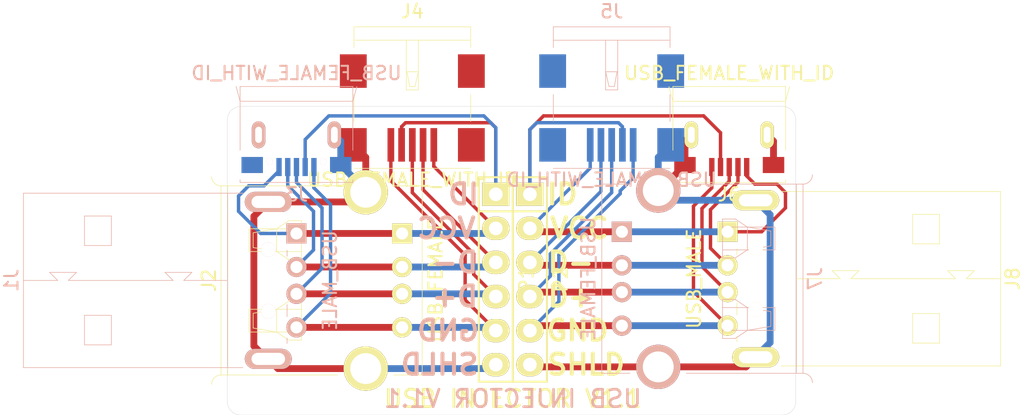
<source format=kicad_pcb>
(kicad_pcb (version 4) (host pcbnew "(2015-01-08 BZR 5360)-product")

  (general
    (links 60)
    (no_connects 9)
    (area 59.987299 59.987299 102.377701 83.012701)
    (thickness 1.6)
    (drawings 22)
    (tracks 149)
    (zones 0)
    (modules 10)
    (nets 13)
  )

  (page A4)
  (layers
    (0 F.Cu signal)
    (31 B.Cu signal)
    (32 B.Adhes user)
    (33 F.Adhes user)
    (34 B.Paste user)
    (35 F.Paste user)
    (36 B.SilkS user)
    (37 F.SilkS user)
    (38 B.Mask user)
    (39 F.Mask user)
    (40 Dwgs.User user)
    (41 Cmts.User user)
    (42 Eco1.User user)
    (43 Eco2.User user)
    (44 Edge.Cuts user)
    (45 Margin user)
    (46 B.CrtYd user)
    (47 F.CrtYd user)
    (48 B.Fab user)
    (49 F.Fab user)
  )

  (setup
    (last_trace_width 0.508)
    (user_trace_width 0.508)
    (trace_clearance 0.254)
    (zone_clearance 0.508)
    (zone_45_only no)
    (trace_min 0.254)
    (segment_width 0.001)
    (edge_width 0.0254)
    (via_size 0.889)
    (via_drill 0.635)
    (via_min_size 0.889)
    (via_min_drill 0.508)
    (uvia_size 0.508)
    (uvia_drill 0.127)
    (uvias_allowed no)
    (uvia_min_size 0.508)
    (uvia_min_drill 0.127)
    (pcb_text_width 0.3)
    (pcb_text_size 1.5 1.5)
    (mod_edge_width 0.05)
    (mod_text_size 1 1)
    (mod_text_width 0.15)
    (pad_size 0.5 2.5)
    (pad_drill 0)
    (pad_to_mask_clearance 0)
    (aux_axis_origin 0 0)
    (grid_origin 90.043 72.263)
    (visible_elements FFFCFF7F)
    (pcbplotparams
      (layerselection 0x00030_80000001)
      (usegerberextensions false)
      (excludeedgelayer true)
      (linewidth 0.100000)
      (plotframeref false)
      (viasonmask false)
      (mode 1)
      (useauxorigin false)
      (hpglpennumber 1)
      (hpglpenspeed 20)
      (hpglpendiameter 15)
      (hpglpenoverlay 2)
      (psnegative false)
      (psa4output false)
      (plotreference true)
      (plotvalue true)
      (plotinvisibletext false)
      (padsonsilk false)
      (subtractmaskfromsilk false)
      (outputformat 1)
      (mirror false)
      (drillshape 1)
      (scaleselection 1)
      (outputdirectory ""))
  )

  (net 0 "")
  (net 1 "Net-(J1-Pad1)")
  (net 2 "Net-(J1-Pad2)")
  (net 3 "Net-(J1-Pad3)")
  (net 4 "Net-(J1-Pad4)")
  (net 5 "Net-(J1-Pad5)")
  (net 6 "Net-(J3-Pad4)")
  (net 7 "Net-(J5-Pad1)")
  (net 8 "Net-(J5-Pad2)")
  (net 9 "Net-(J5-Pad3)")
  (net 10 "Net-(J5-Pad4)")
  (net 11 "Net-(J5-Pad5)")
  (net 12 "Net-(J5-Pad6)")

  (net_class Default "This is the default net class."
    (clearance 0.254)
    (trace_width 0.254)
    (via_dia 0.889)
    (via_drill 0.635)
    (uvia_dia 0.508)
    (uvia_drill 0.127)
    (add_net "Net-(J1-Pad1)")
    (add_net "Net-(J1-Pad2)")
    (add_net "Net-(J1-Pad3)")
    (add_net "Net-(J1-Pad4)")
    (add_net "Net-(J1-Pad5)")
    (add_net "Net-(J3-Pad4)")
    (add_net "Net-(J5-Pad1)")
    (add_net "Net-(J5-Pad2)")
    (add_net "Net-(J5-Pad3)")
    (add_net "Net-(J5-Pad4)")
    (add_net "Net-(J5-Pad5)")
    (add_net "Net-(J5-Pad6)")
  )

  (module Pin_Headers:Pin_Header_Straight_1x06 (layer F.Cu) (tedit 54AF403B) (tstamp 54B089F5)
    (at 80.01 72.898 270)
    (descr "Through hole pin header")
    (tags "pin header")
    (path /54AF3805)
    (fp_text reference P1 (at 0 -2.286 270) (layer F.SilkS)
      (effects (font (size 1 1) (thickness 0.15)))
    )
    (fp_text value CONN_6 (at 0 0 270) (layer F.SilkS) hide
      (effects (font (size 1 1) (thickness 0.15)))
    )
    (fp_line (start -5.08 -1.27) (end 7.62 -1.27) (layer F.SilkS) (width 0.15))
    (fp_line (start 7.62 -1.27) (end 7.62 1.27) (layer F.SilkS) (width 0.15))
    (fp_line (start 7.62 1.27) (end -5.08 1.27) (layer F.SilkS) (width 0.15))
    (fp_line (start -7.62 -1.27) (end -5.08 -1.27) (layer F.SilkS) (width 0.15))
    (fp_line (start -5.08 -1.27) (end -5.08 1.27) (layer F.SilkS) (width 0.15))
    (fp_line (start -7.62 -1.27) (end -7.62 1.27) (layer F.SilkS) (width 0.15))
    (fp_line (start -7.62 1.27) (end -5.08 1.27) (layer F.SilkS) (width 0.15))
    (pad 1 thru_hole rect (at -6.35 0 270) (size 1.7272 2.032) (drill 1.016) (layers *.Cu *.Mask F.SilkS)
      (net 6 "Net-(J3-Pad4)"))
    (pad 2 thru_hole oval (at -3.81 0 270) (size 1.7272 2.032) (drill 1.016) (layers *.Cu *.Mask F.SilkS)
      (net 1 "Net-(J1-Pad1)"))
    (pad 3 thru_hole oval (at -1.27 0 270) (size 1.7272 2.032) (drill 1.016) (layers *.Cu *.Mask F.SilkS)
      (net 2 "Net-(J1-Pad2)"))
    (pad 4 thru_hole oval (at 1.27 0 270) (size 1.7272 2.032) (drill 1.016) (layers *.Cu *.Mask F.SilkS)
      (net 3 "Net-(J1-Pad3)"))
    (pad 5 thru_hole oval (at 3.81 0 270) (size 1.7272 2.032) (drill 1.016) (layers *.Cu *.Mask F.SilkS)
      (net 4 "Net-(J1-Pad4)"))
    (pad 6 thru_hole oval (at 6.35 0 270) (size 1.7272 2.032) (drill 1.016) (layers *.Cu *.Mask F.SilkS)
      (net 5 "Net-(J1-Pad5)"))
    (model Pin_Headers/Pin_Header_Straight_1x06.wrl
      (at (xyz 0 0 0))
      (scale (xyz 1 1 1))
      (rotate (xyz 0 0 0))
    )
  )

  (module Pin_Headers:Pin_Header_Straight_1x06 (layer F.Cu) (tedit 54AF403B) (tstamp 54B084B9)
    (at 82.55 72.898 270)
    (descr "Through hole pin header")
    (tags "pin header")
    (path /54D6C084)
    (fp_text reference P2 (at 0 -2.286 270) (layer F.SilkS)
      (effects (font (size 1 1) (thickness 0.15)))
    )
    (fp_text value CONN_6 (at 0 0 270) (layer F.SilkS) hide
      (effects (font (size 1 1) (thickness 0.15)))
    )
    (fp_line (start -5.08 -1.27) (end 7.62 -1.27) (layer F.SilkS) (width 0.15))
    (fp_line (start 7.62 -1.27) (end 7.62 1.27) (layer F.SilkS) (width 0.15))
    (fp_line (start 7.62 1.27) (end -5.08 1.27) (layer F.SilkS) (width 0.15))
    (fp_line (start -7.62 -1.27) (end -5.08 -1.27) (layer F.SilkS) (width 0.15))
    (fp_line (start -5.08 -1.27) (end -5.08 1.27) (layer F.SilkS) (width 0.15))
    (fp_line (start -7.62 -1.27) (end -7.62 1.27) (layer F.SilkS) (width 0.15))
    (fp_line (start -7.62 1.27) (end -5.08 1.27) (layer F.SilkS) (width 0.15))
    (pad 1 thru_hole rect (at -6.35 0 270) (size 1.7272 2.032) (drill 1.016) (layers *.Cu *.Mask F.SilkS)
      (net 10 "Net-(J5-Pad4)"))
    (pad 2 thru_hole oval (at -3.81 0 270) (size 1.7272 2.032) (drill 1.016) (layers *.Cu *.Mask F.SilkS)
      (net 7 "Net-(J5-Pad1)"))
    (pad 3 thru_hole oval (at -1.27 0 270) (size 1.7272 2.032) (drill 1.016) (layers *.Cu *.Mask F.SilkS)
      (net 8 "Net-(J5-Pad2)"))
    (pad 4 thru_hole oval (at 1.27 0 270) (size 1.7272 2.032) (drill 1.016) (layers *.Cu *.Mask F.SilkS)
      (net 9 "Net-(J5-Pad3)"))
    (pad 5 thru_hole oval (at 3.81 0 270) (size 1.7272 2.032) (drill 1.016) (layers *.Cu *.Mask F.SilkS)
      (net 11 "Net-(J5-Pad5)"))
    (pad 6 thru_hole oval (at 6.35 0 270) (size 1.7272 2.032) (drill 1.016) (layers *.Cu *.Mask F.SilkS)
      (net 12 "Net-(J5-Pad6)"))
    (model Pin_Headers/Pin_Header_Straight_1x06.wrl
      (at (xyz 0 0 0))
      (scale (xyz 1 1 1))
      (rotate (xyz 0 0 0))
    )
  )

  (module Connectors:USB_Mini-B_Female (layer F.Cu) (tedit 54D6C508) (tstamp 54D7140B)
    (at 73.787 62.865 180)
    (path /54AF32D6)
    (fp_text reference J4 (at 0 9.95 360) (layer F.SilkS)
      (effects (font (size 1 1) (thickness 0.15)))
    )
    (fp_text value USB_FEMALE_WITH_ID (at 0 -2.6 360) (layer F.SilkS)
      (effects (font (size 1 1) (thickness 0.15)))
    )
    (fp_line (start -4.35 7.25) (end -4.35 7.8) (layer F.SilkS) (width 0.05))
    (fp_line (start 4.35 7.25) (end 4.35 7.8) (layer F.SilkS) (width 0.05))
    (fp_line (start 4.35 7.8) (end 4.35 8.8) (layer F.SilkS) (width 0.05))
    (fp_line (start -4.35 7.8) (end -4.35 8.8) (layer F.SilkS) (width 0.05))
    (fp_line (start -4.35 1.75) (end -4.35 3.75) (layer F.SilkS) (width 0.05))
    (fp_line (start 4.35 1.75) (end 4.35 3.75) (layer F.SilkS) (width 0.05))
    (fp_line (start -4.35 -1.75) (end 4.35 -1.75) (layer F.SilkS) (width 0.05))
    (fp_line (start 0.4 5.45) (end 0.2 4.35) (layer F.SilkS) (width 0.05))
    (fp_line (start 0.2 4.35) (end -0.2 4.35) (layer F.SilkS) (width 0.05))
    (fp_line (start -0.2 4.35) (end -0.45 5.45) (layer F.SilkS) (width 0.05))
    (fp_line (start -0.45 5.45) (end 0.45 5.45) (layer F.SilkS) (width 0.05))
    (fp_line (start -0.45 7.8) (end -0.45 4.1) (layer F.SilkS) (width 0.05))
    (fp_line (start -0.45 4.1) (end 0.45 4.1) (layer F.SilkS) (width 0.05))
    (fp_line (start 0.45 4.1) (end 0.45 7.8) (layer F.SilkS) (width 0.05))
    (fp_line (start -4.35 7.8) (end 4.35 7.8) (layer F.SilkS) (width 0.05))
    (fp_line (start -4.35 8.8) (end 4.35 8.8) (layer F.SilkS) (width 0.05))
    (pad 1 smd rect (at -1.6 0) (size 0.5 2.5) (layers F.Cu F.Paste F.Mask)
      (net 1 "Net-(J1-Pad1)"))
    (pad 2 smd rect (at -0.8 0) (size 0.5 2.5) (layers F.Cu F.Paste F.Mask)
      (net 2 "Net-(J1-Pad2)"))
    (pad 3 smd rect (at 0 0) (size 0.5 2.5) (layers F.Cu F.Paste F.Mask)
      (net 3 "Net-(J1-Pad3)"))
    (pad 4 smd rect (at 0.8 0) (size 0.5 2.5) (layers F.Cu F.Paste F.Mask)
      (net 6 "Net-(J3-Pad4)"))
    (pad 5 smd rect (at 1.6 0) (size 0.5 2.5) (layers F.Cu F.Paste F.Mask)
      (net 4 "Net-(J1-Pad4)"))
    (pad 6 smd rect (at 4.4 5.5) (size 2 2.5) (layers F.Cu F.Paste F.Mask)
      (net 5 "Net-(J1-Pad5)"))
    (pad 6 smd rect (at 4.4 0) (size 2 2.5) (layers F.Cu F.Paste F.Mask)
      (net 5 "Net-(J1-Pad5)"))
    (pad 6 smd rect (at -4.4 0) (size 2 2.5) (layers F.Cu F.Paste F.Mask)
      (net 5 "Net-(J1-Pad5)"))
    (pad 6 smd rect (at -4.4 5.5) (size 2 2.5) (layers F.Cu F.Paste F.Mask)
      (net 5 "Net-(J1-Pad5)"))
  )

  (module Connectors:USB_A_Male (layer B.Cu) (tedit 54D6CBC8) (tstamp 54B08441)
    (at 65.151 69.469 270)
    (path /54AF2BB5)
    (fp_text reference J1 (at 3.5 21.25 270) (layer B.SilkS)
      (effects (font (size 1 1) (thickness 0.15)) (justify mirror))
    )
    (fp_text value USB_MALE (at 3.5 -2.5 450) (layer B.SilkS)
      (effects (font (size 1 1) (thickness 0.15)) (justify mirror))
    )
    (fp_line (start 3.5 17.8) (end 3.5 20.35) (layer B.SilkS) (width 0.05))
    (fp_line (start 10 20.35) (end -3 20.35) (layer B.SilkS) (width 0.05))
    (fp_line (start 7.8 0.7) (end 8.2 0.7) (layer B.SilkS) (width 0.05))
    (fp_line (start 5.3 0.7) (end 6.2 0.7) (layer B.SilkS) (width 0.05))
    (fp_line (start 1.25 0.7) (end 1.7 0.7) (layer B.SilkS) (width 0.05))
    (fp_line (start 10 20.35) (end 10 4) (layer B.SilkS) (width 0.05))
    (fp_line (start -3 4) (end -3 20.35) (layer B.SilkS) (width 0.05))
    (fp_line (start -1.3 15.8) (end -1.3 13.8) (layer B.SilkS) (width 0.05))
    (fp_line (start -1.3 13.8) (end 0.9 13.8) (layer B.SilkS) (width 0.05))
    (fp_line (start 0.9 13.8) (end 0.9 15.8) (layer B.SilkS) (width 0.05))
    (fp_line (start 0.9 15.8) (end -1.3 15.8) (layer B.SilkS) (width 0.05))
    (fp_line (start 8.3 15.8) (end 8.3 13.8) (layer B.SilkS) (width 0.05))
    (fp_line (start 8.3 13.8) (end 6.1 13.8) (layer B.SilkS) (width 0.05))
    (fp_line (start 6.1 13.8) (end 6.1 15.8) (layer B.SilkS) (width 0.05))
    (fp_line (start 6.1 15.8) (end 8.3 15.8) (layer B.SilkS) (width 0.05))
    (fp_line (start 3.5 5.2) (end 3.5 8.4) (layer B.SilkS) (width 0.05))
    (fp_line (start 3.5 8.4) (end 2.9 7.8) (layer B.SilkS) (width 0.05))
    (fp_line (start 2.9 7.8) (end 2.9 9.8) (layer B.SilkS) (width 0.05))
    (fp_line (start 2.9 9.8) (end 3.5 9.2) (layer B.SilkS) (width 0.05))
    (fp_line (start 3.5 9.2) (end 3.5 17) (layer B.SilkS) (width 0.05))
    (fp_line (start 3.5 17) (end 2.9 16.4) (layer B.SilkS) (width 0.05))
    (fp_line (start 2.9 16.4) (end 2.9 18.4) (layer B.SilkS) (width 0.05))
    (fp_line (start 2.9 18.4) (end 3.5 17.8) (layer B.SilkS) (width 0.05))
    (fp_line (start 10 5.13) (end -3 5.13) (layer B.SilkS) (width 0.05))
    (pad 4 thru_hole circle (at 7 0 90) (size 1.5 1.5) (drill 0.9) (layers *.Cu *.Mask B.SilkS)
      (net 4 "Net-(J1-Pad4)"))
    (pad 3 thru_hole circle (at 4.5 0 90) (size 1.5 1.5) (drill 0.9) (layers *.Cu *.Mask B.SilkS)
      (net 3 "Net-(J1-Pad3)"))
    (pad 2 thru_hole circle (at 2.5 0 90) (size 1.5 1.5) (drill 0.9) (layers *.Cu *.Mask B.SilkS)
      (net 2 "Net-(J1-Pad2)"))
    (pad 1 thru_hole rect (at 0 0 90) (size 1.5 1.5) (drill 0.9) (layers *.Cu *.Mask B.SilkS)
      (net 1 "Net-(J1-Pad1)"))
    (pad 5 thru_hole oval (at -2.35 2.1 90) (size 1.5 3.5) (drill oval 0.9 2.5) (layers *.Cu *.Mask B.SilkS)
      (net 5 "Net-(J1-Pad5)"))
    (pad 5 thru_hole oval (at 9.35 2.1 90) (size 1.5 3.5) (drill oval 0.9 2.5) (layers *.Cu *.Mask B.SilkS)
      (net 5 "Net-(J1-Pad5)"))
    (pad "" np_thru_hole circle (at 5.8 2.1 90) (size 1.1 1.1) (drill 1.1) (layers *.Cu *.Mask B.SilkS))
    (pad "" np_thru_hole circle (at 1.2 2.1 90) (size 1.1 1.1) (drill 1.1) (layers *.Cu *.Mask B.SilkS))
  )

  (module Connectors:USB_Micro-B_Female_Wellco_AUSB_1011_05S2 (layer B.Cu) (tedit 54D6CD45) (tstamp 54B084A7)
    (at 65.151 64.516)
    (path /54AF3256)
    (fp_text reference J3 (at 0 2.05) (layer B.SilkS)
      (effects (font (size 1 1) (thickness 0.15)) (justify mirror))
    )
    (fp_text value USB_FEMALE_WITH_ID (at 0 -7) (layer B.SilkS)
      (effects (font (size 1 1) (thickness 0.15)) (justify mirror))
    )
    (fp_line (start -4.2 1.15) (end -4.2 0.95) (layer B.SilkS) (width 0.05))
    (fp_line (start 4.2 1.15) (end 4.2 0.95) (layer B.SilkS) (width 0.05))
    (fp_line (start -4.2 1.15) (end 4.2 1.15) (layer B.SilkS) (width 0.05))
    (fp_line (start 4.2 -1.25) (end 4.2 -5.4) (layer B.SilkS) (width 0.05))
    (fp_line (start -4.2 -1.25) (end -4.2 -5.4) (layer B.SilkS) (width 0.05))
    (fp_line (start 4.2 -6) (end -4.2 -6) (layer B.SilkS) (width 0.05))
    (fp_line (start -4.2 -6) (end -4.2 -5.4) (layer B.SilkS) (width 0.05))
    (fp_line (start 4.2 -6) (end 4.2 -5.4) (layer B.SilkS) (width 0.05))
    (fp_line (start 4.2 -4.9) (end 4.5 -6) (layer B.SilkS) (width 0.05))
    (fp_line (start -4.2 -4.9) (end -4.5 -6) (layer B.SilkS) (width 0.05))
    (fp_line (start 4.2 -4.9) (end -4.2 -4.9) (layer B.SilkS) (width 0.05))
    (pad 6 thru_hole oval (at 2.825 -2.4 180) (size 1 2) (drill oval 0.5 1.2) (layers *.Cu *.Mask B.SilkS)
      (net 5 "Net-(J1-Pad5)") (clearance 0.25))
    (pad 1 smd rect (at -1.3 0 180) (size 0.4 1.35) (layers B.Cu B.Paste B.Mask)
      (net 1 "Net-(J1-Pad1)") (clearance 0.24999))
    (pad 2 smd rect (at -0.65 0 180) (size 0.4 1.35) (layers B.Cu B.Paste B.Mask)
      (net 2 "Net-(J1-Pad2)") (clearance 0.25))
    (pad 3 smd rect (at 0 0 180) (size 0.4 1.35) (layers B.Cu B.Paste B.Mask)
      (net 3 "Net-(J1-Pad3)") (clearance 0.25))
    (pad 4 smd rect (at 0.65 0 180) (size 0.4 1.35) (layers B.Cu B.Paste B.Mask)
      (net 6 "Net-(J3-Pad4)") (clearance 0.25))
    (pad 5 smd rect (at 1.3 0 180) (size 0.4 1.35) (layers B.Cu B.Paste B.Mask)
      (net 4 "Net-(J1-Pad4)") (clearance 0.24999))
    (pad 6 thru_hole oval (at -2.825 -2.4 180) (size 1 2) (drill oval 0.5 1.2) (layers *.Cu *.Mask B.SilkS)
      (net 5 "Net-(J1-Pad5)") (clearance 0.25))
    (pad "" np_thru_hole circle (at 2 -0.4 180) (size 0.5 0.5) (drill 0.5) (layers *.Cu *.Mask B.SilkS)
      (clearance 0.24999))
    (pad "" np_thru_hole circle (at -2 -0.4 180) (size 0.5 0.5) (drill 0.5) (layers *.Cu *.Mask B.SilkS)
      (clearance 0.249999))
    (pad 6 smd rect (at -3.3 -0.15 180) (size 1.6 1.2) (layers B.Cu B.Paste B.Mask)
      (net 5 "Net-(J1-Pad5)") (clearance 0.249999))
    (pad 6 smd rect (at 3.3 -0.15 180) (size 1.6 1.2) (layers B.Cu B.Paste B.Mask)
      (net 5 "Net-(J1-Pad5)") (clearance 0.24999))
  )

  (module Connectors:USB_Mini-B_Female (layer B.Cu) (tedit 54D6C508) (tstamp 54D71082)
    (at 88.646 62.865)
    (path /54D6C06C)
    (fp_text reference J5 (at 0 -9.95 180) (layer B.SilkS)
      (effects (font (size 1 1) (thickness 0.15)) (justify mirror))
    )
    (fp_text value USB_FEMALE_WITH_ID (at 0 2.6 180) (layer B.SilkS)
      (effects (font (size 1 1) (thickness 0.15)) (justify mirror))
    )
    (fp_line (start -4.35 -7.25) (end -4.35 -7.8) (layer B.SilkS) (width 0.05))
    (fp_line (start 4.35 -7.25) (end 4.35 -7.8) (layer B.SilkS) (width 0.05))
    (fp_line (start 4.35 -7.8) (end 4.35 -8.8) (layer B.SilkS) (width 0.05))
    (fp_line (start -4.35 -7.8) (end -4.35 -8.8) (layer B.SilkS) (width 0.05))
    (fp_line (start -4.35 -1.75) (end -4.35 -3.75) (layer B.SilkS) (width 0.05))
    (fp_line (start 4.35 -1.75) (end 4.35 -3.75) (layer B.SilkS) (width 0.05))
    (fp_line (start -4.35 1.75) (end 4.35 1.75) (layer B.SilkS) (width 0.05))
    (fp_line (start 0.4 -5.45) (end 0.2 -4.35) (layer B.SilkS) (width 0.05))
    (fp_line (start 0.2 -4.35) (end -0.2 -4.35) (layer B.SilkS) (width 0.05))
    (fp_line (start -0.2 -4.35) (end -0.45 -5.45) (layer B.SilkS) (width 0.05))
    (fp_line (start -0.45 -5.45) (end 0.45 -5.45) (layer B.SilkS) (width 0.05))
    (fp_line (start -0.45 -7.8) (end -0.45 -4.1) (layer B.SilkS) (width 0.05))
    (fp_line (start -0.45 -4.1) (end 0.45 -4.1) (layer B.SilkS) (width 0.05))
    (fp_line (start 0.45 -4.1) (end 0.45 -7.8) (layer B.SilkS) (width 0.05))
    (fp_line (start -4.35 -7.8) (end 4.35 -7.8) (layer B.SilkS) (width 0.05))
    (fp_line (start -4.35 -8.8) (end 4.35 -8.8) (layer B.SilkS) (width 0.05))
    (pad 1 smd rect (at -1.6 0 180) (size 0.5 2.5) (layers B.Cu B.Paste B.Mask)
      (net 7 "Net-(J5-Pad1)"))
    (pad 2 smd rect (at -0.8 0 180) (size 0.5 2.5) (layers B.Cu B.Paste B.Mask)
      (net 8 "Net-(J5-Pad2)"))
    (pad 3 smd rect (at 0 0 180) (size 0.5 2.5) (layers B.Cu B.Paste B.Mask)
      (net 9 "Net-(J5-Pad3)"))
    (pad 4 smd rect (at 0.8 0 180) (size 0.5 2.5) (layers B.Cu B.Paste B.Mask)
      (net 10 "Net-(J5-Pad4)"))
    (pad 5 smd rect (at 1.6 0 180) (size 0.5 2.5) (layers B.Cu B.Paste B.Mask)
      (net 11 "Net-(J5-Pad5)"))
    (pad 6 smd rect (at 4.4 -5.5 180) (size 2 2.5) (layers B.Cu B.Paste B.Mask)
      (net 12 "Net-(J5-Pad6)"))
    (pad 6 smd rect (at 4.4 0 180) (size 2 2.5) (layers B.Cu B.Paste B.Mask)
      (net 12 "Net-(J5-Pad6)"))
    (pad 6 smd rect (at -4.4 0 180) (size 2 2.5) (layers B.Cu B.Paste B.Mask)
      (net 12 "Net-(J5-Pad6)"))
    (pad 6 smd rect (at -4.4 -5.5 180) (size 2 2.5) (layers B.Cu B.Paste B.Mask)
      (net 12 "Net-(J5-Pad6)"))
  )

  (module Connectors:USB_Micro-B_Female_Wellco_AUSB_1011_05S2 (layer F.Cu) (tedit 54D6CD45) (tstamp 54D7109C)
    (at 97.409 64.516 180)
    (path /54D6C066)
    (fp_text reference J6 (at 0 -2.05 180) (layer F.SilkS)
      (effects (font (size 1 1) (thickness 0.15)))
    )
    (fp_text value USB_FEMALE_WITH_ID (at 0 7 180) (layer F.SilkS)
      (effects (font (size 1 1) (thickness 0.15)))
    )
    (fp_line (start -4.2 -1.15) (end -4.2 -0.95) (layer F.SilkS) (width 0.05))
    (fp_line (start 4.2 -1.15) (end 4.2 -0.95) (layer F.SilkS) (width 0.05))
    (fp_line (start -4.2 -1.15) (end 4.2 -1.15) (layer F.SilkS) (width 0.05))
    (fp_line (start 4.2 1.25) (end 4.2 5.4) (layer F.SilkS) (width 0.05))
    (fp_line (start -4.2 1.25) (end -4.2 5.4) (layer F.SilkS) (width 0.05))
    (fp_line (start 4.2 6) (end -4.2 6) (layer F.SilkS) (width 0.05))
    (fp_line (start -4.2 6) (end -4.2 5.4) (layer F.SilkS) (width 0.05))
    (fp_line (start 4.2 6) (end 4.2 5.4) (layer F.SilkS) (width 0.05))
    (fp_line (start 4.2 4.9) (end 4.5 6) (layer F.SilkS) (width 0.05))
    (fp_line (start -4.2 4.9) (end -4.5 6) (layer F.SilkS) (width 0.05))
    (fp_line (start 4.2 4.9) (end -4.2 4.9) (layer F.SilkS) (width 0.05))
    (pad 6 thru_hole oval (at 2.825 2.4) (size 1 2) (drill oval 0.5 1.2) (layers *.Cu *.Mask F.SilkS)
      (net 12 "Net-(J5-Pad6)") (clearance 0.25))
    (pad 1 smd rect (at -1.3 0) (size 0.4 1.35) (layers F.Cu F.Paste F.Mask)
      (net 7 "Net-(J5-Pad1)") (clearance 0.24999))
    (pad 2 smd rect (at -0.65 0) (size 0.4 1.35) (layers F.Cu F.Paste F.Mask)
      (net 8 "Net-(J5-Pad2)") (clearance 0.25))
    (pad 3 smd rect (at 0 0) (size 0.4 1.35) (layers F.Cu F.Paste F.Mask)
      (net 9 "Net-(J5-Pad3)") (clearance 0.25))
    (pad 4 smd rect (at 0.65 0) (size 0.4 1.35) (layers F.Cu F.Paste F.Mask)
      (net 10 "Net-(J5-Pad4)") (clearance 0.25))
    (pad 5 smd rect (at 1.3 0) (size 0.4 1.35) (layers F.Cu F.Paste F.Mask)
      (net 11 "Net-(J5-Pad5)") (clearance 0.24999))
    (pad 6 thru_hole oval (at -2.825 2.4) (size 1 2) (drill oval 0.5 1.2) (layers *.Cu *.Mask F.SilkS)
      (net 12 "Net-(J5-Pad6)") (clearance 0.25))
    (pad "" np_thru_hole circle (at 2 0.4) (size 0.5 0.5) (drill 0.5) (layers *.Cu *.Mask F.SilkS)
      (clearance 0.24999))
    (pad "" np_thru_hole circle (at -2 0.4) (size 0.5 0.5) (drill 0.5) (layers *.Cu *.Mask F.SilkS)
      (clearance 0.249999))
    (pad 6 smd rect (at -3.3 0.15) (size 1.6 1.2) (layers F.Cu F.Paste F.Mask)
      (net 12 "Net-(J5-Pad6)") (clearance 0.249999))
    (pad 6 smd rect (at 3.3 0.15) (size 1.6 1.2) (layers F.Cu F.Paste F.Mask)
      (net 12 "Net-(J5-Pad6)") (clearance 0.24999))
  )

  (module Connectors:USB_A_Male (layer F.Cu) (tedit 54D6CBC8) (tstamp 54D710EE)
    (at 97.282 69.342 270)
    (path /54D6C060)
    (fp_text reference J8 (at 3.5 -21.25 270) (layer F.SilkS)
      (effects (font (size 1 1) (thickness 0.15)))
    )
    (fp_text value USB_MALE (at 3.5 2.5 450) (layer F.SilkS)
      (effects (font (size 1 1) (thickness 0.15)))
    )
    (fp_line (start 3.5 -17.8) (end 3.5 -20.35) (layer F.SilkS) (width 0.05))
    (fp_line (start 10 -20.35) (end -3 -20.35) (layer F.SilkS) (width 0.05))
    (fp_line (start 7.8 -0.7) (end 8.2 -0.7) (layer F.SilkS) (width 0.05))
    (fp_line (start 5.3 -0.7) (end 6.2 -0.7) (layer F.SilkS) (width 0.05))
    (fp_line (start 1.25 -0.7) (end 1.7 -0.7) (layer F.SilkS) (width 0.05))
    (fp_line (start 10 -20.35) (end 10 -4) (layer F.SilkS) (width 0.05))
    (fp_line (start -3 -4) (end -3 -20.35) (layer F.SilkS) (width 0.05))
    (fp_line (start -1.3 -15.8) (end -1.3 -13.8) (layer F.SilkS) (width 0.05))
    (fp_line (start -1.3 -13.8) (end 0.9 -13.8) (layer F.SilkS) (width 0.05))
    (fp_line (start 0.9 -13.8) (end 0.9 -15.8) (layer F.SilkS) (width 0.05))
    (fp_line (start 0.9 -15.8) (end -1.3 -15.8) (layer F.SilkS) (width 0.05))
    (fp_line (start 8.3 -15.8) (end 8.3 -13.8) (layer F.SilkS) (width 0.05))
    (fp_line (start 8.3 -13.8) (end 6.1 -13.8) (layer F.SilkS) (width 0.05))
    (fp_line (start 6.1 -13.8) (end 6.1 -15.8) (layer F.SilkS) (width 0.05))
    (fp_line (start 6.1 -15.8) (end 8.3 -15.8) (layer F.SilkS) (width 0.05))
    (fp_line (start 3.5 -5.2) (end 3.5 -8.4) (layer F.SilkS) (width 0.05))
    (fp_line (start 3.5 -8.4) (end 2.9 -7.8) (layer F.SilkS) (width 0.05))
    (fp_line (start 2.9 -7.8) (end 2.9 -9.8) (layer F.SilkS) (width 0.05))
    (fp_line (start 2.9 -9.8) (end 3.5 -9.2) (layer F.SilkS) (width 0.05))
    (fp_line (start 3.5 -9.2) (end 3.5 -17) (layer F.SilkS) (width 0.05))
    (fp_line (start 3.5 -17) (end 2.9 -16.4) (layer F.SilkS) (width 0.05))
    (fp_line (start 2.9 -16.4) (end 2.9 -18.4) (layer F.SilkS) (width 0.05))
    (fp_line (start 2.9 -18.4) (end 3.5 -17.8) (layer F.SilkS) (width 0.05))
    (fp_line (start 10 -5.13) (end -3 -5.13) (layer F.SilkS) (width 0.05))
    (pad 4 thru_hole circle (at 7 0 90) (size 1.5 1.5) (drill 0.9) (layers *.Cu *.Mask F.SilkS)
      (net 11 "Net-(J5-Pad5)"))
    (pad 3 thru_hole circle (at 4.5 0 90) (size 1.5 1.5) (drill 0.9) (layers *.Cu *.Mask F.SilkS)
      (net 9 "Net-(J5-Pad3)"))
    (pad 2 thru_hole circle (at 2.5 0 90) (size 1.5 1.5) (drill 0.9) (layers *.Cu *.Mask F.SilkS)
      (net 8 "Net-(J5-Pad2)"))
    (pad 1 thru_hole rect (at 0 0 90) (size 1.5 1.5) (drill 0.9) (layers *.Cu *.Mask F.SilkS)
      (net 7 "Net-(J5-Pad1)"))
    (pad 5 thru_hole oval (at -2.35 -2.1 90) (size 1.5 3.5) (drill oval 0.9 2.5) (layers *.Cu *.Mask F.SilkS)
      (net 12 "Net-(J5-Pad6)"))
    (pad 5 thru_hole oval (at 9.35 -2.1 90) (size 1.5 3.5) (drill oval 0.9 2.5) (layers *.Cu *.Mask F.SilkS)
      (net 12 "Net-(J5-Pad6)"))
    (pad "" np_thru_hole circle (at 5.8 -2.1 90) (size 1.1 1.1) (drill 1.1) (layers *.Cu *.Mask F.SilkS))
    (pad "" np_thru_hole circle (at 1.2 -2.1 90) (size 1.1 1.1) (drill 1.1) (layers *.Cu *.Mask F.SilkS))
  )

  (module Connectors:USB_A_Female (layer B.Cu) (tedit 54D6CE6C) (tstamp 54D710CA)
    (at 89.408 69.342 270)
    (path /54D6C05A)
    (fp_text reference J7 (at 3.5 -14.4 450) (layer B.SilkS)
      (effects (font (size 1 1) (thickness 0.15)) (justify mirror))
    )
    (fp_text value USB_FEMALE (at 3.5 2.5 270) (layer B.SilkS)
      (effects (font (size 1 1) (thickness 0.15)) (justify mirror))
    )
    (fp_line (start 10.55 -13) (end -3.55 -13) (layer B.SilkS) (width 0.05))
    (fp_line (start 10.55 -4.8) (end 10.55 -13.5) (layer B.SilkS) (width 0.05))
    (fp_line (start 10.55 -13.5) (end -3.55 -13.5) (layer B.SilkS) (width 0.05))
    (fp_line (start -3.55 -13.5) (end -3.55 -4.8) (layer B.SilkS) (width 0.05))
    (fp_line (start 10.55 -0.6) (end 10.55 1.5) (layer B.SilkS) (width 0.05))
    (fp_line (start -3.55 -0.6) (end -3.55 1.5) (layer B.SilkS) (width 0.05))
    (fp_line (start 7.35 -11.4) (end 7.35 -9.45) (layer B.SilkS) (width 0.05))
    (fp_line (start 5.65 -11.4) (end 7.35 -11.4) (layer B.SilkS) (width 0.05))
    (fp_line (start 5.65 -9.4) (end 5.65 -11.4) (layer B.SilkS) (width 0.05))
    (fp_line (start 5.65 -9.4) (end 5.65 -7.5) (layer B.SilkS) (width 0.05))
    (fp_line (start 7.35 -9.45) (end 7.35 -7.5) (layer B.SilkS) (width 0.05))
    (fp_line (start 7.95 -8.45) (end 7.35 -9.35) (layer B.SilkS) (width 0.05))
    (fp_line (start 7.95 -7.5) (end 7.95 -8.45) (layer B.SilkS) (width 0.05))
    (fp_line (start 5.05 -8.45) (end 5.65 -9.35) (layer B.SilkS) (width 0.05))
    (fp_line (start 5.05 -7.5) (end 5.05 -8.45) (layer B.SilkS) (width 0.05))
    (fp_line (start 7.95 -7.5) (end 5.05 -7.5) (layer B.SilkS) (width 0.05))
    (fp_line (start 5.65 -9.35) (end 7.35 -9.35) (layer B.SilkS) (width 0.05))
    (fp_line (start 5.95 -11.1) (end 7.05 -11.1) (layer B.SilkS) (width 0.05))
    (fp_line (start 7.05 -11.1) (end 7.35 -9.35) (layer B.SilkS) (width 0.05))
    (fp_line (start 5.95 -11.1) (end 5.65 -9.35) (layer B.SilkS) (width 0.05))
    (fp_line (start -0.05 -11.1) (end -0.35 -9.35) (layer B.SilkS) (width 0.05))
    (fp_line (start 1.05 -11.1) (end 1.35 -9.35) (layer B.SilkS) (width 0.05))
    (fp_line (start -0.05 -11.1) (end 1.05 -11.1) (layer B.SilkS) (width 0.05))
    (fp_line (start -0.35 -9.35) (end 1.35 -9.35) (layer B.SilkS) (width 0.05))
    (fp_line (start 1.95 -7.5) (end -0.95 -7.5) (layer B.SilkS) (width 0.05))
    (fp_line (start -0.95 -7.5) (end -0.95 -8.45) (layer B.SilkS) (width 0.05))
    (fp_line (start -0.95 -8.45) (end -0.35 -9.35) (layer B.SilkS) (width 0.05))
    (fp_line (start 1.95 -7.5) (end 1.95 -8.45) (layer B.SilkS) (width 0.05))
    (fp_line (start 1.95 -8.45) (end 1.35 -9.35) (layer B.SilkS) (width 0.05))
    (fp_line (start 1.35 -9.45) (end 1.35 -7.5) (layer B.SilkS) (width 0.05))
    (fp_line (start -0.35 -9.4) (end -0.35 -7.5) (layer B.SilkS) (width 0.05))
    (fp_line (start -0.35 -9.4) (end -0.35 -11.4) (layer B.SilkS) (width 0.05))
    (fp_line (start -0.35 -11.4) (end 1.35 -11.4) (layer B.SilkS) (width 0.05))
    (fp_line (start 1.35 -11.4) (end 1.35 -9.45) (layer B.SilkS) (width 0.05))
    (fp_arc (start 11.25 -13.5) (end 11.25 -14.2) (angle -90) (layer B.SilkS) (width 0.05))
    (fp_arc (start -4.25 -13.5) (end -3.55 -13.5) (angle -90) (layer B.SilkS) (width 0.05))
    (fp_line (start -3.55 1.5) (end 10.55 1.5) (layer B.SilkS) (width 0.05))
    (pad 1 thru_hole rect (at 0 0 270) (size 1.5 1.5) (drill 0.9) (layers *.Cu *.Mask B.SilkS)
      (net 7 "Net-(J5-Pad1)"))
    (pad 2 thru_hole circle (at 2.5 0 270) (size 1.5 1.5) (drill 0.9) (layers *.Cu *.Mask B.SilkS)
      (net 8 "Net-(J5-Pad2)"))
    (pad 3 thru_hole circle (at 4.5 0 270) (size 1.5 1.5) (drill 0.9) (layers *.Cu *.Mask B.SilkS)
      (net 9 "Net-(J5-Pad3)"))
    (pad 4 thru_hole circle (at 7 0 270) (size 1.5 1.5) (drill 0.9) (layers *.Cu *.Mask B.SilkS)
      (net 11 "Net-(J5-Pad5)"))
    (pad 5 thru_hole circle (at 10.071 -2.71 270) (size 3.3 3.3) (drill 2.3) (layers *.Cu *.Mask B.SilkS)
      (net 12 "Net-(J5-Pad6)"))
    (pad 5 thru_hole circle (at -3.071 -2.71 270) (size 3.3 3.3) (drill 2.3) (layers *.Cu *.Mask B.SilkS)
      (net 12 "Net-(J5-Pad6)"))
  )

  (module Connectors:USB_A_Female (layer F.Cu) (tedit 54D6CE6C) (tstamp 54B083F1)
    (at 73.025 69.469 270)
    (path /54AF29FE)
    (fp_text reference J2 (at 3.5 14.4 450) (layer F.SilkS)
      (effects (font (size 1 1) (thickness 0.15)))
    )
    (fp_text value USB_FEMALE (at 3.5 -2.5 270) (layer F.SilkS)
      (effects (font (size 1 1) (thickness 0.15)))
    )
    (fp_line (start 10.55 13) (end -3.55 13) (layer F.SilkS) (width 0.05))
    (fp_line (start 10.55 4.8) (end 10.55 13.5) (layer F.SilkS) (width 0.05))
    (fp_line (start 10.55 13.5) (end -3.55 13.5) (layer F.SilkS) (width 0.05))
    (fp_line (start -3.55 13.5) (end -3.55 4.8) (layer F.SilkS) (width 0.05))
    (fp_line (start 10.55 0.6) (end 10.55 -1.5) (layer F.SilkS) (width 0.05))
    (fp_line (start -3.55 0.6) (end -3.55 -1.5) (layer F.SilkS) (width 0.05))
    (fp_line (start 7.35 11.4) (end 7.35 9.45) (layer F.SilkS) (width 0.05))
    (fp_line (start 5.65 11.4) (end 7.35 11.4) (layer F.SilkS) (width 0.05))
    (fp_line (start 5.65 9.4) (end 5.65 11.4) (layer F.SilkS) (width 0.05))
    (fp_line (start 5.65 9.4) (end 5.65 7.5) (layer F.SilkS) (width 0.05))
    (fp_line (start 7.35 9.45) (end 7.35 7.5) (layer F.SilkS) (width 0.05))
    (fp_line (start 7.95 8.45) (end 7.35 9.35) (layer F.SilkS) (width 0.05))
    (fp_line (start 7.95 7.5) (end 7.95 8.45) (layer F.SilkS) (width 0.05))
    (fp_line (start 5.05 8.45) (end 5.65 9.35) (layer F.SilkS) (width 0.05))
    (fp_line (start 5.05 7.5) (end 5.05 8.45) (layer F.SilkS) (width 0.05))
    (fp_line (start 7.95 7.5) (end 5.05 7.5) (layer F.SilkS) (width 0.05))
    (fp_line (start 5.65 9.35) (end 7.35 9.35) (layer F.SilkS) (width 0.05))
    (fp_line (start 5.95 11.1) (end 7.05 11.1) (layer F.SilkS) (width 0.05))
    (fp_line (start 7.05 11.1) (end 7.35 9.35) (layer F.SilkS) (width 0.05))
    (fp_line (start 5.95 11.1) (end 5.65 9.35) (layer F.SilkS) (width 0.05))
    (fp_line (start -0.05 11.1) (end -0.35 9.35) (layer F.SilkS) (width 0.05))
    (fp_line (start 1.05 11.1) (end 1.35 9.35) (layer F.SilkS) (width 0.05))
    (fp_line (start -0.05 11.1) (end 1.05 11.1) (layer F.SilkS) (width 0.05))
    (fp_line (start -0.35 9.35) (end 1.35 9.35) (layer F.SilkS) (width 0.05))
    (fp_line (start 1.95 7.5) (end -0.95 7.5) (layer F.SilkS) (width 0.05))
    (fp_line (start -0.95 7.5) (end -0.95 8.45) (layer F.SilkS) (width 0.05))
    (fp_line (start -0.95 8.45) (end -0.35 9.35) (layer F.SilkS) (width 0.05))
    (fp_line (start 1.95 7.5) (end 1.95 8.45) (layer F.SilkS) (width 0.05))
    (fp_line (start 1.95 8.45) (end 1.35 9.35) (layer F.SilkS) (width 0.05))
    (fp_line (start 1.35 9.45) (end 1.35 7.5) (layer F.SilkS) (width 0.05))
    (fp_line (start -0.35 9.4) (end -0.35 7.5) (layer F.SilkS) (width 0.05))
    (fp_line (start -0.35 9.4) (end -0.35 11.4) (layer F.SilkS) (width 0.05))
    (fp_line (start -0.35 11.4) (end 1.35 11.4) (layer F.SilkS) (width 0.05))
    (fp_line (start 1.35 11.4) (end 1.35 9.45) (layer F.SilkS) (width 0.05))
    (fp_arc (start 11.25 13.5) (end 11.25 14.2) (angle 90) (layer F.SilkS) (width 0.05))
    (fp_arc (start -4.25 13.5) (end -3.55 13.5) (angle 90) (layer F.SilkS) (width 0.05))
    (fp_line (start -3.55 -1.5) (end 10.55 -1.5) (layer F.SilkS) (width 0.05))
    (pad 1 thru_hole rect (at 0 0 270) (size 1.5 1.5) (drill 0.9) (layers *.Cu *.Mask F.SilkS)
      (net 1 "Net-(J1-Pad1)"))
    (pad 2 thru_hole circle (at 2.5 0 270) (size 1.5 1.5) (drill 0.9) (layers *.Cu *.Mask F.SilkS)
      (net 2 "Net-(J1-Pad2)"))
    (pad 3 thru_hole circle (at 4.5 0 270) (size 1.5 1.5) (drill 0.9) (layers *.Cu *.Mask F.SilkS)
      (net 3 "Net-(J1-Pad3)"))
    (pad 4 thru_hole circle (at 7 0 270) (size 1.5 1.5) (drill 0.9) (layers *.Cu *.Mask F.SilkS)
      (net 4 "Net-(J1-Pad4)"))
    (pad 5 thru_hole circle (at 10.071 2.71 270) (size 3.3 3.3) (drill 2.3) (layers *.Cu *.Mask F.SilkS)
      (net 5 "Net-(J1-Pad5)"))
    (pad 5 thru_hole circle (at -3.071 2.71 270) (size 3.3 3.3) (drill 2.3) (layers *.Cu *.Mask F.SilkS)
      (net 5 "Net-(J1-Pad5)"))
  )

  (gr_line (start 61 60) (end 101.365 60) (angle 90) (layer Edge.Cuts) (width 0.0254))
  (gr_text "USB INJECTOR V1.1" (at 81.28 81.788) (layer F.SilkS) (tstamp 54D6BDEE)
    (effects (font (size 1.3 1.3) (thickness 0.2)))
  )
  (gr_line (start 60 82) (end 60 61) (angle 90) (layer Edge.Cuts) (width 0.0254))
  (gr_line (start 61 83) (end 101.365 83) (angle 90) (layer Edge.Cuts) (width 0.0254))
  (gr_line (start 102.365 61) (end 102.365 82) (angle 90) (layer Edge.Cuts) (width 0.0254))
  (gr_arc (start 101.365 82) (end 102.365 82) (angle 90) (layer Edge.Cuts) (width 0.0254))
  (gr_arc (start 61 82) (end 61 83) (angle 90) (layer Edge.Cuts) (width 0.0254))
  (gr_arc (start 61 61) (end 60 61) (angle 90) (layer Edge.Cuts) (width 0.0254))
  (gr_arc (start 101.365 61) (end 101.365 60) (angle 90) (layer Edge.Cuts) (width 0.0254))
  (gr_text "USB INJECTOR V1.1" (at 81.28 81.788) (layer B.SilkS)
    (effects (font (size 1.3 1.3) (thickness 0.2)) (justify mirror))
  )
  (gr_text VCC (at 86.233 69.088) (layer F.SilkS) (tstamp 54B08516)
    (effects (font (size 1.5 1.5) (thickness 0.3)))
  )
  (gr_text D- (at 85.598 71.628) (layer F.SilkS) (tstamp 54B08517)
    (effects (font (size 1.5 1.5) (thickness 0.3)))
  )
  (gr_text D+ (at 85.598 74.168) (layer F.SilkS) (tstamp 54B08518)
    (effects (font (size 1.5 1.5) (thickness 0.3)))
  )
  (gr_text ID (at 84.963 66.548) (layer F.SilkS) (tstamp 54B08519)
    (effects (font (size 1.5 1.5) (thickness 0.3)))
  )
  (gr_text GND (at 86.106 76.708) (layer F.SilkS) (tstamp 54B0851A)
    (effects (font (size 1.5 1.5) (thickness 0.3)))
  )
  (gr_text SHLD (at 86.741 79.248) (layer F.SilkS) (tstamp 54B0851B)
    (effects (font (size 1.5 1.5) (thickness 0.3)))
  )
  (gr_text SHLD (at 75.819 79.248) (layer B.SilkS)
    (effects (font (size 1.5 1.5) (thickness 0.3)) (justify mirror))
  )
  (gr_text GND (at 76.454 76.708) (layer B.SilkS)
    (effects (font (size 1.5 1.5) (thickness 0.3)) (justify mirror))
  )
  (gr_text ID (at 77.597 66.548) (layer B.SilkS)
    (effects (font (size 1.5 1.5) (thickness 0.3)) (justify mirror))
  )
  (gr_text D+ (at 76.962 74.168) (layer B.SilkS)
    (effects (font (size 1.5 1.5) (thickness 0.3)) (justify mirror))
  )
  (gr_text D- (at 76.962 71.628) (layer B.SilkS)
    (effects (font (size 1.5 1.5) (thickness 0.3)) (justify mirror))
  )
  (gr_text VCC (at 76.327 69.088) (layer B.SilkS)
    (effects (font (size 1.5 1.5) (thickness 0.3)) (justify mirror))
  )

  (segment (start 75.387 62.865) (end 75.387 64.465) (width 0.254) (layer F.Cu) (net 1))
  (segment (start 75.387 64.465) (end 80.01 69.088) (width 0.254) (layer F.Cu) (net 1) (tstamp 54D71741))
  (segment (start 73.025 69.469) (end 79.629 69.469) (width 0.508) (layer B.Cu) (net 1))
  (segment (start 79.629 69.469) (end 80.01 69.088) (width 0.508) (layer B.Cu) (net 1) (tstamp 54D71730))
  (segment (start 65.151 69.469) (end 73.025 69.469) (width 0.508) (layer F.Cu) (net 1))
  (segment (start 63.851 64.516) (end 63.851 64.8) (width 0.254) (layer B.Cu) (net 1))
  (segment (start 63.851 64.8) (end 62.738 65.913) (width 0.254) (layer B.Cu) (net 1) (tstamp 54D716B4))
  (segment (start 62.738 65.913) (end 61.595 65.913) (width 0.254) (layer B.Cu) (net 1) (tstamp 54D716B5))
  (segment (start 61.595 65.913) (end 60.833 66.675) (width 0.254) (layer B.Cu) (net 1) (tstamp 54D716B7))
  (segment (start 60.833 66.675) (end 60.833 67.818) (width 0.254) (layer B.Cu) (net 1) (tstamp 54D716B9))
  (segment (start 60.833 67.818) (end 62.484 69.469) (width 0.254) (layer B.Cu) (net 1) (tstamp 54D716BA))
  (segment (start 62.484 69.469) (end 65.151 69.469) (width 0.254) (layer B.Cu) (net 1) (tstamp 54D716BB))
  (segment (start 79.629 69.469) (end 80.01 69.088) (width 0.508) (layer F.Cu) (net 1) (tstamp 54D714B4))
  (segment (start 74.587 62.865) (end 74.587 66.205) (width 0.254) (layer F.Cu) (net 2))
  (segment (start 74.587 66.205) (end 80.01 71.628) (width 0.254) (layer F.Cu) (net 2) (tstamp 54D71745))
  (segment (start 73.025 71.969) (end 79.669 71.969) (width 0.508) (layer B.Cu) (net 2))
  (segment (start 79.669 71.969) (end 80.01 71.628) (width 0.508) (layer B.Cu) (net 2) (tstamp 54D71733))
  (segment (start 73.025 71.969) (end 65.151 71.969) (width 0.508) (layer F.Cu) (net 2))
  (segment (start 64.501 64.516) (end 64.501 65.898) (width 0.254) (layer B.Cu) (net 2))
  (segment (start 64.501 65.898) (end 66.421 67.818) (width 0.254) (layer B.Cu) (net 2) (tstamp 54D716BF))
  (segment (start 66.421 67.818) (end 66.421 70.699) (width 0.254) (layer B.Cu) (net 2) (tstamp 54D716C0))
  (segment (start 66.421 70.699) (end 65.151 71.969) (width 0.254) (layer B.Cu) (net 2) (tstamp 54D716C2))
  (segment (start 79.669 71.969) (end 80.01 71.628) (width 0.508) (layer F.Cu) (net 2) (tstamp 54D714AE))
  (segment (start 73.787 62.865) (end 73.787 66.421) (width 0.254) (layer F.Cu) (net 3))
  (segment (start 78.359 72.517) (end 80.01 74.168) (width 0.254) (layer F.Cu) (net 3) (tstamp 54D7174D))
  (segment (start 78.359 70.993) (end 78.359 72.517) (width 0.254) (layer F.Cu) (net 3) (tstamp 54D7174B))
  (segment (start 73.787 66.421) (end 78.359 70.993) (width 0.254) (layer F.Cu) (net 3) (tstamp 54D71749))
  (segment (start 73.025 73.969) (end 79.811 73.969) (width 0.508) (layer B.Cu) (net 3))
  (segment (start 79.811 73.969) (end 80.01 74.168) (width 0.508) (layer B.Cu) (net 3) (tstamp 54D71736))
  (segment (start 65.151 73.969) (end 73.025 73.969) (width 0.508) (layer F.Cu) (net 3))
  (segment (start 65.151 64.516) (end 65.151 65.659) (width 0.254) (layer B.Cu) (net 3))
  (segment (start 67.056 72.064) (end 65.151 73.969) (width 0.254) (layer B.Cu) (net 3) (tstamp 54D716CE))
  (segment (start 67.056 67.564) (end 67.056 72.064) (width 0.254) (layer B.Cu) (net 3) (tstamp 54D716CC))
  (segment (start 65.151 65.659) (end 67.056 67.564) (width 0.254) (layer B.Cu) (net 3) (tstamp 54D716CA))
  (segment (start 79.811 73.969) (end 80.01 74.168) (width 0.508) (layer F.Cu) (net 3) (tstamp 54D714A9))
  (segment (start 72.187 62.865) (end 72.187 65.539424) (width 0.254) (layer F.Cu) (net 4))
  (segment (start 77.724 74.422) (end 80.01 76.708) (width 0.254) (layer F.Cu) (net 4) (tstamp 54D71756))
  (segment (start 77.724 71.076424) (end 77.724 74.422) (width 0.254) (layer F.Cu) (net 4) (tstamp 54D71754))
  (segment (start 72.187 65.539424) (end 77.724 71.076424) (width 0.254) (layer F.Cu) (net 4) (tstamp 54D71752))
  (segment (start 73.025 76.469) (end 79.771 76.469) (width 0.508) (layer B.Cu) (net 4))
  (segment (start 79.771 76.469) (end 80.01 76.708) (width 0.508) (layer B.Cu) (net 4) (tstamp 54D71739))
  (segment (start 73.025 76.469) (end 65.151 76.469) (width 0.508) (layer F.Cu) (net 4))
  (segment (start 66.451 64.516) (end 66.451 66.07) (width 0.254) (layer B.Cu) (net 4))
  (segment (start 66.451 66.07) (end 67.691 67.31) (width 0.254) (layer B.Cu) (net 4) (tstamp 54D716D4))
  (segment (start 67.691 67.31) (end 67.691 73.929) (width 0.254) (layer B.Cu) (net 4) (tstamp 54D716D6))
  (segment (start 67.691 73.929) (end 65.151 76.469) (width 0.254) (layer B.Cu) (net 4) (tstamp 54D716D8))
  (segment (start 79.771 76.469) (end 80.01 76.708) (width 0.508) (layer F.Cu) (net 4) (tstamp 54D714A4))
  (segment (start 70.315 66.398) (end 70.315 63.793) (width 0.508) (layer F.Cu) (net 5))
  (segment (start 70.315 63.793) (end 69.387 62.865) (width 0.508) (layer F.Cu) (net 5) (tstamp 54D717C6))
  (segment (start 69.387 65.47) (end 70.315 66.398) (width 0.508) (layer F.Cu) (net 5) (tstamp 54D717C2))
  (segment (start 68.451 64.366) (end 68.451 62.591) (width 0.508) (layer B.Cu) (net 5))
  (segment (start 68.451 62.591) (end 67.976 62.116) (width 0.508) (layer B.Cu) (net 5) (tstamp 54D717BF))
  (segment (start 70.315 79.54) (end 79.718 79.54) (width 0.508) (layer B.Cu) (net 5))
  (segment (start 79.718 79.54) (end 80.01 79.248) (width 0.508) (layer B.Cu) (net 5) (tstamp 54D7173C))
  (segment (start 70.315 66.398) (end 70.315 66.23) (width 0.508) (layer B.Cu) (net 5))
  (segment (start 70.315 66.23) (end 68.451 64.366) (width 0.508) (layer B.Cu) (net 5) (tstamp 54D716EC))
  (segment (start 63.051 78.819) (end 62.944 78.819) (width 0.508) (layer F.Cu) (net 5))
  (segment (start 62.944 78.819) (end 61.976 77.851) (width 0.508) (layer F.Cu) (net 5) (tstamp 54D716E6))
  (segment (start 61.976 68.194) (end 63.051 67.119) (width 0.508) (layer F.Cu) (net 5) (tstamp 54D716E8))
  (segment (start 61.976 77.851) (end 61.976 68.194) (width 0.508) (layer F.Cu) (net 5) (tstamp 54D716E7))
  (segment (start 63.051 67.119) (end 69.594 67.119) (width 0.508) (layer F.Cu) (net 5))
  (segment (start 69.594 67.119) (end 70.315 66.398) (width 0.508) (layer F.Cu) (net 5) (tstamp 54D714C2))
  (segment (start 63.051 78.819) (end 63.051 78.799) (width 0.508) (layer F.Cu) (net 5))
  (segment (start 70.315 79.54) (end 63.772 79.54) (width 0.508) (layer F.Cu) (net 5))
  (segment (start 63.772 79.54) (end 63.051 78.819) (width 0.508) (layer F.Cu) (net 5) (tstamp 54D714BA))
  (segment (start 70.607 79.248) (end 70.315 79.54) (width 0.508) (layer F.Cu) (net 5) (tstamp 54D714B7))
  (segment (start 65.801 64.516) (end 65.801 62.469) (width 0.254) (layer B.Cu) (net 6))
  (segment (start 80.01 61.595) (end 80.01 66.548) (width 0.254) (layer B.Cu) (net 6) (tstamp 54D717AC))
  (segment (start 79.121 60.706) (end 80.01 61.595) (width 0.254) (layer B.Cu) (net 6) (tstamp 54D717AB))
  (segment (start 67.564 60.706) (end 79.121 60.706) (width 0.254) (layer B.Cu) (net 6) (tstamp 54D717A9))
  (segment (start 65.801 62.469) (end 67.564 60.706) (width 0.254) (layer B.Cu) (net 6) (tstamp 54D717A7))
  (segment (start 72.987 62.865) (end 72.987 61.506) (width 0.254) (layer F.Cu) (net 6))
  (segment (start 80.01 61.595) (end 80.01 66.548) (width 0.254) (layer F.Cu) (net 6) (tstamp 54D717A1))
  (segment (start 79.629 61.214) (end 80.01 61.595) (width 0.254) (layer F.Cu) (net 6) (tstamp 54D717A0))
  (segment (start 73.279 61.214) (end 79.629 61.214) (width 0.254) (layer F.Cu) (net 6) (tstamp 54D7179F))
  (segment (start 72.987 61.506) (end 73.279 61.214) (width 0.254) (layer F.Cu) (net 6) (tstamp 54D7179E))
  (segment (start 87.046 62.865) (end 87.046 64.592) (width 0.254) (layer B.Cu) (net 7))
  (segment (start 87.046 64.592) (end 82.55 69.088) (width 0.254) (layer B.Cu) (net 7) (tstamp 54D71762))
  (segment (start 97.282 69.342) (end 89.408 69.342) (width 0.508) (layer B.Cu) (net 7))
  (segment (start 98.709 64.516) (end 98.709 65.181) (width 0.254) (layer F.Cu) (net 7))
  (segment (start 98.709 65.181) (end 99.314 65.786) (width 0.254) (layer F.Cu) (net 7) (tstamp 54D715CD))
  (segment (start 99.314 65.786) (end 100.965 65.786) (width 0.254) (layer F.Cu) (net 7) (tstamp 54D715CE))
  (segment (start 100.965 65.786) (end 101.6 66.421) (width 0.254) (layer F.Cu) (net 7) (tstamp 54D715CF))
  (segment (start 101.6 66.421) (end 101.6 67.564) (width 0.254) (layer F.Cu) (net 7) (tstamp 54D715D0))
  (segment (start 101.6 67.564) (end 99.822 69.342) (width 0.254) (layer F.Cu) (net 7) (tstamp 54D715D1))
  (segment (start 99.822 69.342) (end 97.282 69.342) (width 0.254) (layer F.Cu) (net 7) (tstamp 54D715D2))
  (segment (start 89.408 69.342) (end 82.804 69.342) (width 0.508) (layer F.Cu) (net 7))
  (segment (start 82.804 69.342) (end 82.55 69.088) (width 0.508) (layer F.Cu) (net 7) (tstamp 54D71482))
  (segment (start 87.846 62.865) (end 87.846 66.332) (width 0.254) (layer B.Cu) (net 8))
  (segment (start 87.846 66.332) (end 82.55 71.628) (width 0.254) (layer B.Cu) (net 8) (tstamp 54D71767))
  (segment (start 97.282 71.842) (end 89.408 71.842) (width 0.508) (layer B.Cu) (net 8))
  (segment (start 98.059 64.516) (end 98.059 65.644) (width 0.254) (layer F.Cu) (net 8))
  (segment (start 96.012 70.572) (end 97.282 71.842) (width 0.254) (layer F.Cu) (net 8) (tstamp 54D715E0))
  (segment (start 96.012 67.691) (end 96.012 70.572) (width 0.254) (layer F.Cu) (net 8) (tstamp 54D715DE))
  (segment (start 98.059 65.644) (end 96.012 67.691) (width 0.254) (layer F.Cu) (net 8) (tstamp 54D715DC))
  (segment (start 89.408 71.842) (end 82.764 71.842) (width 0.508) (layer F.Cu) (net 8))
  (segment (start 82.764 71.842) (end 82.55 71.628) (width 0.508) (layer F.Cu) (net 8) (tstamp 54D7149F))
  (segment (start 88.646 62.865) (end 88.646 66.421) (width 0.254) (layer B.Cu) (net 9))
  (segment (start 84.074 72.644) (end 82.55 74.168) (width 0.254) (layer B.Cu) (net 9) (tstamp 54D7176F))
  (segment (start 84.074 70.993) (end 84.074 72.644) (width 0.254) (layer B.Cu) (net 9) (tstamp 54D7176D))
  (segment (start 88.646 66.421) (end 84.074 70.993) (width 0.254) (layer B.Cu) (net 9) (tstamp 54D7176B))
  (segment (start 97.282 73.842) (end 89.408 73.842) (width 0.508) (layer B.Cu) (net 9))
  (segment (start 97.409 64.516) (end 97.409 65.575576) (width 0.254) (layer F.Cu) (net 9))
  (segment (start 95.377 71.937) (end 97.282 73.842) (width 0.254) (layer F.Cu) (net 9) (tstamp 54D715E7))
  (segment (start 95.377 67.607576) (end 95.377 71.937) (width 0.254) (layer F.Cu) (net 9) (tstamp 54D715E5))
  (segment (start 97.409 65.575576) (end 95.377 67.607576) (width 0.254) (layer F.Cu) (net 9) (tstamp 54D715E4))
  (segment (start 89.408 73.842) (end 82.876 73.842) (width 0.508) (layer F.Cu) (net 9))
  (segment (start 82.876 73.842) (end 82.55 74.168) (width 0.508) (layer F.Cu) (net 9) (tstamp 54D7149A))
  (segment (start 96.759 64.516) (end 96.759 61.961) (width 0.254) (layer F.Cu) (net 10))
  (segment (start 82.55 61.722) (end 82.55 66.548) (width 0.254) (layer F.Cu) (net 10) (tstamp 54D717B6))
  (segment (start 83.566 60.706) (end 82.55 61.722) (width 0.254) (layer F.Cu) (net 10) (tstamp 54D717B4))
  (segment (start 95.504 60.706) (end 83.566 60.706) (width 0.254) (layer F.Cu) (net 10) (tstamp 54D717B2))
  (segment (start 96.759 61.961) (end 95.504 60.706) (width 0.254) (layer F.Cu) (net 10) (tstamp 54D717B1))
  (segment (start 89.446 62.865) (end 89.446 61.506) (width 0.254) (layer B.Cu) (net 10))
  (segment (start 82.55 61.722) (end 82.55 66.548) (width 0.254) (layer B.Cu) (net 10) (tstamp 54D71799))
  (segment (start 83.058 61.214) (end 82.55 61.722) (width 0.254) (layer B.Cu) (net 10) (tstamp 54D71798))
  (segment (start 89.154 61.214) (end 83.058 61.214) (width 0.254) (layer B.Cu) (net 10) (tstamp 54D71797))
  (segment (start 89.446 61.506) (end 89.154 61.214) (width 0.254) (layer B.Cu) (net 10) (tstamp 54D71796))
  (segment (start 90.246 62.865) (end 90.246 65.329) (width 0.254) (layer B.Cu) (net 11))
  (segment (start 84.709 74.549) (end 82.55 76.708) (width 0.254) (layer B.Cu) (net 11) (tstamp 54D7177D))
  (segment (start 84.709 71.076424) (end 84.709 74.549) (width 0.254) (layer B.Cu) (net 11) (tstamp 54D7177B))
  (segment (start 89.281 66.504424) (end 84.709 71.076424) (width 0.254) (layer B.Cu) (net 11) (tstamp 54D7177A))
  (segment (start 89.281 66.294) (end 89.281 66.504424) (width 0.254) (layer B.Cu) (net 11) (tstamp 54D71779))
  (segment (start 90.246 65.329) (end 89.281 66.294) (width 0.254) (layer B.Cu) (net 11) (tstamp 54D71778))
  (segment (start 97.282 76.342) (end 89.408 76.342) (width 0.508) (layer B.Cu) (net 11))
  (segment (start 96.109 64.516) (end 96.109 66.07) (width 0.254) (layer F.Cu) (net 11))
  (segment (start 94.742 73.802) (end 97.282 76.342) (width 0.254) (layer F.Cu) (net 11) (tstamp 54D715F3))
  (segment (start 94.742 67.437) (end 94.742 73.802) (width 0.254) (layer F.Cu) (net 11) (tstamp 54D715F1))
  (segment (start 96.109 66.07) (end 94.742 67.437) (width 0.254) (layer F.Cu) (net 11) (tstamp 54D715EF))
  (segment (start 89.408 76.342) (end 82.916 76.342) (width 0.508) (layer F.Cu) (net 11))
  (segment (start 82.916 76.342) (end 82.55 76.708) (width 0.508) (layer F.Cu) (net 11) (tstamp 54D71487))
  (segment (start 100.709 64.366) (end 100.709 62.591) (width 0.508) (layer F.Cu) (net 12))
  (segment (start 100.709 62.591) (end 100.234 62.116) (width 0.508) (layer F.Cu) (net 12) (tstamp 54D71614))
  (segment (start 94.109 64.366) (end 94.109 62.591) (width 0.508) (layer F.Cu) (net 12))
  (segment (start 94.109 62.591) (end 94.584 62.116) (width 0.508) (layer F.Cu) (net 12) (tstamp 54D71611))
  (segment (start 92.118 66.271) (end 92.204 66.271) (width 0.508) (layer F.Cu) (net 12))
  (segment (start 92.204 66.271) (end 94.109 64.366) (width 0.508) (layer F.Cu) (net 12) (tstamp 54D7160E))
  (segment (start 99.382 66.992) (end 92.839 66.992) (width 0.508) (layer B.Cu) (net 12))
  (segment (start 92.839 66.992) (end 92.118 66.271) (width 0.508) (layer B.Cu) (net 12) (tstamp 54D7160A))
  (segment (start 99.382 78.692) (end 99.382 78.672) (width 0.508) (layer B.Cu) (net 12))
  (segment (start 99.382 78.672) (end 100.457 77.597) (width 0.508) (layer B.Cu) (net 12) (tstamp 54D71602))
  (segment (start 100.457 68.067) (end 99.382 66.992) (width 0.508) (layer B.Cu) (net 12) (tstamp 54D71604))
  (segment (start 100.457 77.597) (end 100.457 68.067) (width 0.508) (layer B.Cu) (net 12) (tstamp 54D71603))
  (segment (start 92.118 66.271) (end 92.118 63.793) (width 0.508) (layer B.Cu) (net 12))
  (segment (start 92.118 63.793) (end 93.046 62.865) (width 0.508) (layer B.Cu) (net 12) (tstamp 54D714D8))
  (segment (start 92.118 79.413) (end 98.661 79.413) (width 0.508) (layer F.Cu) (net 12))
  (segment (start 98.661 79.413) (end 99.382 78.692) (width 0.508) (layer F.Cu) (net 12) (tstamp 54D7148D))
  (segment (start 92.118 79.413) (end 82.715 79.413) (width 0.508) (layer F.Cu) (net 12))
  (segment (start 82.715 79.413) (end 82.55 79.248) (width 0.508) (layer F.Cu) (net 12) (tstamp 54D7148A))

)

</source>
